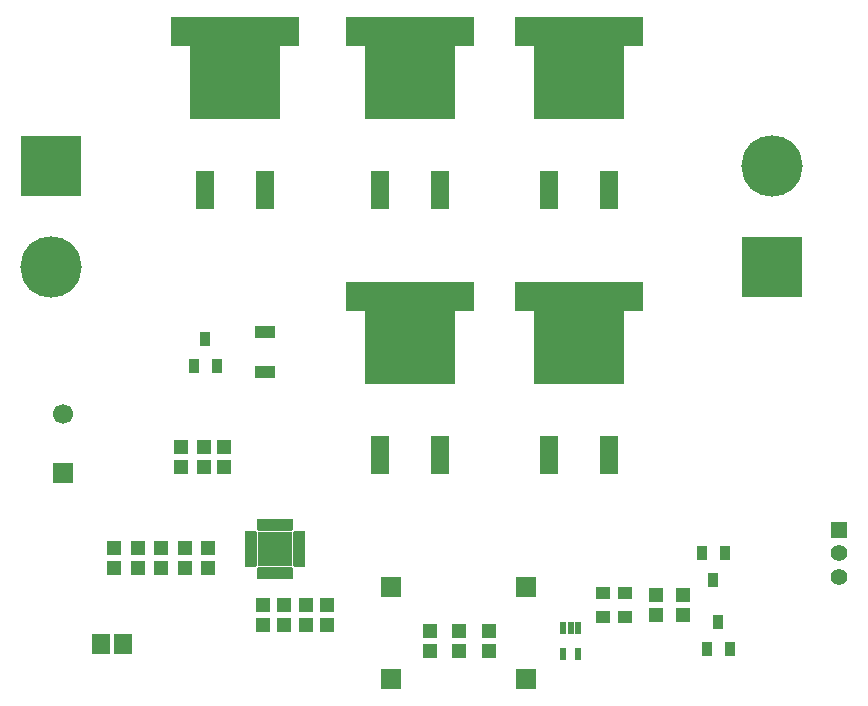
<source format=gbr>
G04 DipTrace 3.2.0.1*
G04 TopMask.gbr*
%MOIN*%
G04 #@! TF.FileFunction,Soldermask,Top*
G04 #@! TF.Part,Single*
%AMOUTLINE1*
4,1,8,
0.212598,0.073819,
0.151575,0.073819,
0.151575,-0.170276,
-0.151575,-0.170276,
-0.151575,0.073819,
-0.212598,0.073819,
-0.212598,0.170276,
0.212598,0.170276,
0.212598,0.073819,
0*%
%AMOUTLINE4*
4,1,5,
-0.009843,-0.020669,
-0.009843,0.020669,
0.003599,0.020669,
0.009843,0.014426,
0.009843,-0.020669,
-0.009843,-0.020669,
0*%
%AMOUTLINE7*
4,1,5,
0.009843,-0.020669,
0.009843,0.020669,
-0.009843,0.020669,
-0.009843,-0.014426,
-0.003599,-0.020669,
0.009843,-0.020669,
0*%
%AMOUTLINE10*
4,1,5,
-0.020669,-0.009843,
0.020669,-0.009843,
0.020669,0.003599,
0.014426,0.009843,
-0.020669,0.009843,
-0.020669,-0.009843,
0*%
%AMOUTLINE13*
4,1,5,
0.020669,0.009843,
-0.020669,0.009843,
-0.020669,-0.003599,
-0.014426,-0.009843,
0.020669,-0.009843,
0.020669,0.009843,
0*%
%AMOUTLINE16*
4,1,5,
0.009843,0.020669,
0.009843,-0.020669,
-0.009843,-0.020669,
-0.009843,0.014426,
-0.003599,0.020669,
0.009843,0.020669,
0*%
%AMOUTLINE19*
4,1,5,
-0.009843,-0.020669,
-0.009843,0.020669,
0.009843,0.020669,
0.009843,-0.014426,
0.003599,-0.020669,
-0.009843,-0.020669,
0*%
%AMOUTLINE22*
4,1,5,
-0.020669,0.009843,
0.020669,0.009843,
0.020669,-0.003599,
0.014426,-0.009843,
-0.020669,-0.009843,
-0.020669,0.009843,
0*%
%AMOUTLINE25*
4,1,5,
0.020669,-0.009843,
-0.020669,-0.009843,
-0.020669,0.003599,
-0.014426,0.009843,
0.020669,0.009843,
0.020669,-0.009843,
0*%
%ADD49R,0.047244X0.043307*%
%ADD51R,0.023622X0.043307*%
%ADD53R,0.11811X0.11811*%
%ADD55R,0.019685X0.041339*%
%ADD57R,0.041339X0.019685*%
%ADD59R,0.059055X0.129921*%
%ADD61R,0.033465X0.049213*%
%ADD63C,0.204724*%
%ADD65R,0.204724X0.204724*%
%ADD67C,0.055118*%
%ADD69R,0.055118X0.055118*%
%ADD71R,0.059055X0.066929*%
%ADD73R,0.070866X0.03937*%
%ADD75C,0.066929*%
%ADD77R,0.047244X0.051181*%
%ADD79R,0.066929X0.066929*%
%ADD87OUTLINE1*%
%ADD90OUTLINE4*%
%ADD93OUTLINE7*%
%ADD96OUTLINE10*%
%ADD99OUTLINE13*%
%ADD102OUTLINE16*%
%ADD105OUTLINE19*%
%ADD108OUTLINE22*%
%ADD111OUTLINE25*%
%FSLAX26Y26*%
G04*
G70*
G90*
G75*
G01*
G04 TopMask*
%LPD*%
D77*
X1212598Y905512D3*
Y838583D3*
X1199950Y1174951D3*
Y1241881D3*
D79*
X806201Y1156201D3*
D75*
Y1353051D3*
D77*
X1543701Y716535D3*
Y649606D3*
X1291339Y838583D3*
Y905512D3*
X1472441Y649606D3*
Y716535D3*
X2783789Y681360D3*
Y748289D3*
D73*
X1481201Y1624950D3*
Y1491092D3*
D71*
X1007874Y586614D3*
X933071D3*
D69*
X3394636Y965945D3*
D67*
Y887205D3*
Y808465D3*
D65*
X767717Y2177165D3*
D63*
Y1842520D3*
D65*
X3169291D3*
D63*
Y2177165D3*
D61*
X1243701Y1512451D3*
X1318504D3*
X1281102Y1603003D3*
D59*
X1279528Y2098031D3*
X1479528D3*
D87*
X1379528Y2504528D3*
D59*
X2425197Y2098031D3*
X2625197D3*
D87*
X2525197Y2504528D3*
D59*
X1862205Y2098031D3*
X2062205D3*
D87*
X1962205Y2504528D3*
D59*
X2425197Y1216142D3*
X2625197D3*
D87*
X2525197Y1622638D3*
D59*
X1862205Y1216142D3*
X2062205D3*
D87*
X1962205Y1622638D3*
D61*
X2953906Y566929D3*
X3028709D3*
X2991307Y657480D3*
X3011811Y889764D3*
X2937008D3*
X2974409Y799213D3*
D77*
X1343701Y1174951D3*
Y1241881D3*
X1274950Y1174951D3*
Y1241881D3*
X976378Y838583D3*
Y905512D3*
X1055118Y838583D3*
Y905512D3*
X1133858Y838583D3*
Y905512D3*
X1614961Y716535D3*
Y649606D3*
X1686220Y716535D3*
Y649606D3*
X2874307Y748289D3*
Y681360D3*
X2029528Y628937D3*
Y562008D3*
X2127143Y628937D3*
Y562008D3*
X2224759Y628937D3*
Y562008D3*
D79*
X1899793Y774911D3*
Y467824D3*
X2349745Y774911D3*
Y467824D3*
D90*
X1562992Y822835D3*
D57*
X1433858Y931890D3*
Y912205D3*
Y892520D3*
Y872835D3*
D55*
X1484252Y822835D3*
X1503937D3*
X1523622D3*
X1543307D3*
D57*
X1593701Y872835D3*
Y892520D3*
Y912205D3*
Y931890D3*
D55*
X1543307Y981890D3*
X1523622D3*
X1503937D3*
X1484252D3*
D53*
X1513780Y902362D3*
D93*
X1464567Y981890D3*
D96*
X1433858Y951575D3*
D99*
X1593701Y853150D3*
D102*
X1464567Y822835D3*
D105*
X1562992Y981890D3*
D108*
X1433858Y853150D3*
D111*
X1593701Y951575D3*
D51*
X2524727Y637425D3*
X2499136D3*
X2473546D3*
Y550811D3*
X2524727D3*
D49*
X2605969Y756163D3*
Y673486D3*
X2680772Y756163D3*
Y673486D3*
M02*

</source>
